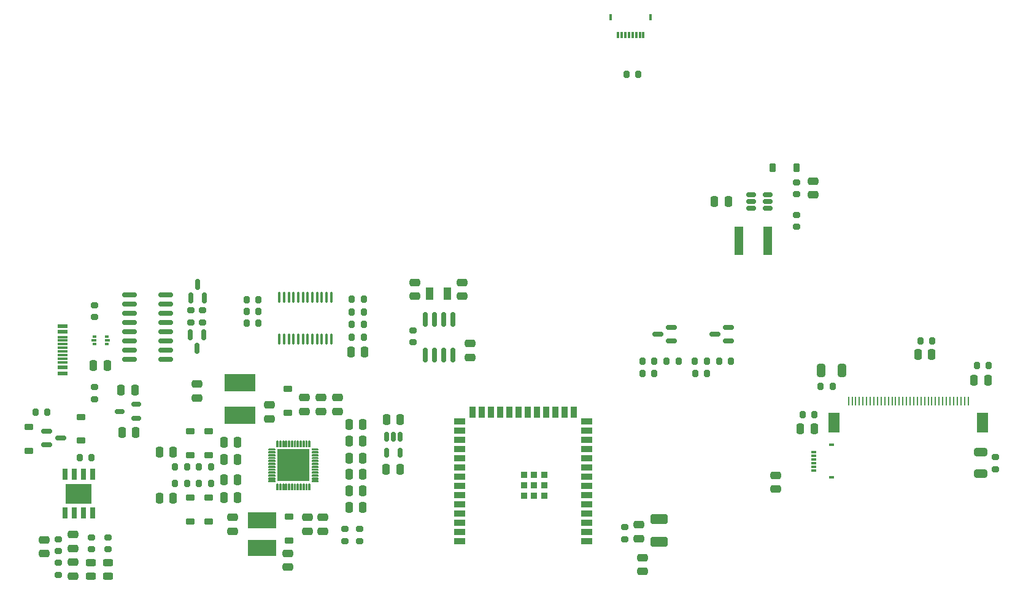
<source format=gtp>
G04 #@! TF.GenerationSoftware,KiCad,Pcbnew,7.0.9-7.0.9~ubuntu22.04.1*
G04 #@! TF.CreationDate,2024-02-01T16:34:56+01:00*
G04 #@! TF.ProjectId,v7-kaleido,76372d6b-616c-4656-9964-6f2e6b696361,1.0*
G04 #@! TF.SameCoordinates,Original*
G04 #@! TF.FileFunction,Paste,Top*
G04 #@! TF.FilePolarity,Positive*
%FSLAX46Y46*%
G04 Gerber Fmt 4.6, Leading zero omitted, Abs format (unit mm)*
G04 Created by KiCad (PCBNEW 7.0.9-7.0.9~ubuntu22.04.1) date 2024-02-01 16:34:56*
%MOMM*%
%LPD*%
G01*
G04 APERTURE LIST*
G04 Aperture macros list*
%AMRoundRect*
0 Rectangle with rounded corners*
0 $1 Rounding radius*
0 $2 $3 $4 $5 $6 $7 $8 $9 X,Y pos of 4 corners*
0 Add a 4 corners polygon primitive as box body*
4,1,4,$2,$3,$4,$5,$6,$7,$8,$9,$2,$3,0*
0 Add four circle primitives for the rounded corners*
1,1,$1+$1,$2,$3*
1,1,$1+$1,$4,$5*
1,1,$1+$1,$6,$7*
1,1,$1+$1,$8,$9*
0 Add four rect primitives between the rounded corners*
20,1,$1+$1,$2,$3,$4,$5,0*
20,1,$1+$1,$4,$5,$6,$7,0*
20,1,$1+$1,$6,$7,$8,$9,0*
20,1,$1+$1,$8,$9,$2,$3,0*%
G04 Aperture macros list end*
%ADD10C,0.152400*%
%ADD11RoundRect,0.200000X-0.200000X-0.275000X0.200000X-0.275000X0.200000X0.275000X-0.200000X0.275000X0*%
%ADD12RoundRect,0.150000X0.150000X-0.587500X0.150000X0.587500X-0.150000X0.587500X-0.150000X-0.587500X0*%
%ADD13RoundRect,0.200000X-0.275000X0.200000X-0.275000X-0.200000X0.275000X-0.200000X0.275000X0.200000X0*%
%ADD14RoundRect,0.200000X0.275000X-0.200000X0.275000X0.200000X-0.275000X0.200000X-0.275000X-0.200000X0*%
%ADD15RoundRect,0.150000X-0.150000X0.587500X-0.150000X-0.587500X0.150000X-0.587500X0.150000X0.587500X0*%
%ADD16RoundRect,0.250000X0.250000X0.475000X-0.250000X0.475000X-0.250000X-0.475000X0.250000X-0.475000X0*%
%ADD17RoundRect,0.250000X-0.475000X0.250000X-0.475000X-0.250000X0.475000X-0.250000X0.475000X0.250000X0*%
%ADD18RoundRect,0.243750X-0.456250X0.243750X-0.456250X-0.243750X0.456250X-0.243750X0.456250X0.243750X0*%
%ADD19RoundRect,0.250000X0.475000X-0.250000X0.475000X0.250000X-0.475000X0.250000X-0.475000X-0.250000X0*%
%ADD20RoundRect,0.250000X0.650000X-0.325000X0.650000X0.325000X-0.650000X0.325000X-0.650000X-0.325000X0*%
%ADD21RoundRect,0.250000X-0.250000X-0.475000X0.250000X-0.475000X0.250000X0.475000X-0.250000X0.475000X0*%
%ADD22RoundRect,0.250000X-0.325000X-0.650000X0.325000X-0.650000X0.325000X0.650000X-0.325000X0.650000X0*%
%ADD23RoundRect,0.200000X0.200000X0.275000X-0.200000X0.275000X-0.200000X-0.275000X0.200000X-0.275000X0*%
%ADD24RoundRect,0.100000X-0.100000X0.637500X-0.100000X-0.637500X0.100000X-0.637500X0.100000X0.637500X0*%
%ADD25RoundRect,0.250000X0.925000X-0.412500X0.925000X0.412500X-0.925000X0.412500X-0.925000X-0.412500X0*%
%ADD26R,3.900000X2.200000*%
%ADD27R,4.200000X2.400000*%
%ADD28R,0.850000X0.200000*%
%ADD29R,0.200000X0.850000*%
%ADD30R,4.399999X4.399999*%
%ADD31RoundRect,0.225000X-0.375000X0.225000X-0.375000X-0.225000X0.375000X-0.225000X0.375000X0.225000X0*%
%ADD32RoundRect,0.225000X0.375000X-0.225000X0.375000X0.225000X-0.375000X0.225000X-0.375000X-0.225000X0*%
%ADD33R,0.650000X1.500000*%
%ADD34R,3.600000X2.700000*%
%ADD35RoundRect,0.150000X0.512500X0.150000X-0.512500X0.150000X-0.512500X-0.150000X0.512500X-0.150000X0*%
%ADD36R,0.500000X0.375000*%
%ADD37R,0.650000X0.300000*%
%ADD38R,1.600000X2.800000*%
%ADD39R,0.250000X1.300000*%
%ADD40RoundRect,0.150000X-0.587500X-0.150000X0.587500X-0.150000X0.587500X0.150000X-0.587500X0.150000X0*%
%ADD41R,0.355600X0.838200*%
%ADD42R,0.406400X0.838200*%
%ADD43RoundRect,0.150000X-0.150000X0.825000X-0.150000X-0.825000X0.150000X-0.825000X0.150000X0.825000X0*%
%ADD44R,0.800000X0.300000*%
%ADD45R,0.800000X0.400000*%
%ADD46RoundRect,0.150000X-0.150000X0.512500X-0.150000X-0.512500X0.150000X-0.512500X0.150000X0.512500X0*%
%ADD47R,1.500000X0.900000*%
%ADD48R,0.900000X1.500000*%
%ADD49R,0.900000X0.900000*%
%ADD50RoundRect,0.150000X-0.825000X-0.150000X0.825000X-0.150000X0.825000X0.150000X-0.825000X0.150000X0*%
%ADD51R,1.450000X0.600000*%
%ADD52R,1.450000X0.300000*%
%ADD53R,1.257300X4.013200*%
%ADD54RoundRect,0.150000X0.587500X0.150000X-0.587500X0.150000X-0.587500X-0.150000X0.587500X-0.150000X0*%
%ADD55RoundRect,0.225000X0.225000X0.375000X-0.225000X0.375000X-0.225000X-0.375000X0.225000X-0.375000X0*%
%ADD56R,1.000000X1.800000*%
G04 APERTURE END LIST*
D10*
X103495500Y-131846692D02*
X103495500Y-131696693D01*
X103495500Y-131696693D02*
X102695501Y-131696693D01*
X103495500Y-131446693D02*
X103495500Y-131296693D01*
X103495500Y-131296693D02*
X102695501Y-131296693D01*
X103495500Y-131046694D02*
X103495500Y-130896694D01*
X103495500Y-130896694D02*
X102695501Y-130896694D01*
X103495500Y-130646692D02*
X103495500Y-130496692D01*
X103495500Y-130496692D02*
X102695501Y-130496692D01*
X103495500Y-130246693D02*
X103495500Y-130096693D01*
X103495500Y-130096693D02*
X102695501Y-130096693D01*
X103495500Y-129846694D02*
X103495500Y-129696694D01*
X103495500Y-129696694D02*
X102695501Y-129696694D01*
X103495500Y-129446692D02*
X103495500Y-129296692D01*
X103495500Y-129296692D02*
X102695501Y-129296692D01*
X103495500Y-129046693D02*
X103495500Y-128896693D01*
X103495500Y-128896693D02*
X102695501Y-128896693D01*
X103495500Y-128646694D02*
X103495500Y-128496694D01*
X103495500Y-128496694D02*
X102695501Y-128496694D01*
X103495500Y-128246694D02*
X103495500Y-128096692D01*
X103495500Y-128096692D02*
X102695501Y-128096692D01*
X103495500Y-127846693D02*
X103495500Y-127696693D01*
X103495500Y-127696693D02*
X102695501Y-127696693D01*
X103495500Y-127446693D02*
X103495500Y-127296694D01*
X103495500Y-127296694D02*
X102695501Y-127296694D01*
X102695501Y-131846692D02*
X103495500Y-131846692D01*
X102695501Y-131696693D02*
X102695501Y-131846692D01*
X102695501Y-131446693D02*
X103495500Y-131446693D01*
X102695501Y-131296693D02*
X102695501Y-131446693D01*
X102695501Y-131046694D02*
X103495500Y-131046694D01*
X102695501Y-130896694D02*
X102695501Y-131046694D01*
X102695501Y-130646692D02*
X103495500Y-130646692D01*
X102695501Y-130496692D02*
X102695501Y-130646692D01*
X102695501Y-130246693D02*
X103495500Y-130246693D01*
X102695501Y-130096693D02*
X102695501Y-130246693D01*
X102695501Y-129846694D02*
X103495500Y-129846694D01*
X102695501Y-129696694D02*
X102695501Y-129846694D01*
X102695501Y-129446692D02*
X103495500Y-129446692D01*
X102695501Y-129296692D02*
X102695501Y-129446692D01*
X102695501Y-129046693D02*
X103495500Y-129046693D01*
X102695501Y-128896693D02*
X102695501Y-129046693D01*
X102695501Y-128646694D02*
X103495500Y-128646694D01*
X102695501Y-128496694D02*
X102695501Y-128646694D01*
X102695501Y-128246694D02*
X103495500Y-128246694D01*
X102695501Y-128096692D02*
X102695501Y-128246694D01*
X102695501Y-127846693D02*
X103495500Y-127846693D01*
X102695501Y-127696693D02*
X102695501Y-127846693D01*
X102695501Y-127446693D02*
X103495500Y-127446693D01*
X102695501Y-127296694D02*
X102695501Y-127446693D01*
X102395499Y-132946693D02*
X102395499Y-132146694D01*
X102395499Y-132146694D02*
X102245500Y-132146694D01*
X102395499Y-126996692D02*
X102395499Y-126196693D01*
X102395499Y-126196693D02*
X102245500Y-126196693D01*
X102245569Y-131696762D02*
X102245569Y-131246493D01*
X102245569Y-131246493D02*
X101936721Y-131246493D01*
X102245569Y-131046493D02*
X102245569Y-130459093D01*
X102245569Y-130459093D02*
X101936721Y-130459093D01*
X102245569Y-130259093D02*
X102245569Y-129671693D01*
X102245569Y-129671693D02*
X101936721Y-129671693D01*
X102245569Y-129471693D02*
X102245569Y-128884293D01*
X102245569Y-128884293D02*
X101936721Y-128884293D01*
X102245569Y-128684293D02*
X102245569Y-128096893D01*
X102245569Y-128096893D02*
X101936721Y-128096893D01*
X102245569Y-127896893D02*
X102245569Y-127446624D01*
X102245569Y-127446624D02*
X101795300Y-127446624D01*
X102245500Y-132946693D02*
X102395499Y-132946693D01*
X102245500Y-132146694D02*
X102245500Y-132946693D01*
X102245500Y-126996692D02*
X102395499Y-126996692D01*
X102245500Y-126196693D02*
X102245500Y-126996692D01*
X101995500Y-132946693D02*
X101995500Y-132146694D01*
X101995500Y-132146694D02*
X101845500Y-132146694D01*
X101995500Y-126996692D02*
X101995500Y-126196693D01*
X101995500Y-126196693D02*
X101845500Y-126196693D01*
X101936721Y-131246493D02*
X101936721Y-131246493D01*
X101936721Y-131246493D02*
X101795300Y-131387914D01*
X101936721Y-131046493D02*
X102245569Y-131046493D01*
X101936721Y-131046493D02*
X101936721Y-131046493D01*
X101936721Y-130459093D02*
X101936721Y-130459093D01*
X101936721Y-130459093D02*
X101795300Y-130600514D01*
X101936721Y-130259093D02*
X102245569Y-130259093D01*
X101936721Y-130259093D02*
X101936721Y-130259093D01*
X101936721Y-129671693D02*
X101936721Y-129671693D01*
X101936721Y-129671693D02*
X101795300Y-129813114D01*
X101936721Y-129471693D02*
X102245569Y-129471693D01*
X101936721Y-129471693D02*
X101936721Y-129471693D01*
X101936721Y-128884293D02*
X101936721Y-128884293D01*
X101936721Y-128884293D02*
X101795300Y-129025714D01*
X101936721Y-128684293D02*
X102245569Y-128684293D01*
X101936721Y-128684293D02*
X101936721Y-128684293D01*
X101936721Y-128096893D02*
X101936721Y-128096893D01*
X101936721Y-128096893D02*
X101795300Y-128238314D01*
X101936721Y-127896893D02*
X102245569Y-127896893D01*
X101936721Y-127896893D02*
X101936721Y-127896893D01*
X101845500Y-132946693D02*
X101995500Y-132946693D01*
X101845500Y-132146694D02*
X101845500Y-132946693D01*
X101845500Y-126996692D02*
X101995500Y-126996692D01*
X101845500Y-126196693D02*
X101845500Y-126996692D01*
X101795300Y-131696762D02*
X102245569Y-131696762D01*
X101795300Y-131387914D02*
X101795300Y-131696762D01*
X101795300Y-131387914D02*
X101795300Y-131387914D01*
X101795300Y-130905072D02*
X101936721Y-131046493D01*
X101795300Y-130905072D02*
X101795300Y-130905072D01*
X101795300Y-130600514D02*
X101795300Y-130905072D01*
X101795300Y-130600514D02*
X101795300Y-130600514D01*
X101795300Y-130117672D02*
X101936721Y-130259093D01*
X101795300Y-130117672D02*
X101795300Y-130117672D01*
X101795300Y-129813114D02*
X101795300Y-130117672D01*
X101795300Y-129813114D02*
X101795300Y-129813114D01*
X101795300Y-129330272D02*
X101936721Y-129471693D01*
X101795300Y-129330272D02*
X101795300Y-129330272D01*
X101795300Y-129025714D02*
X101795300Y-129330272D01*
X101795300Y-129025714D02*
X101795300Y-129025714D01*
X101795300Y-128542872D02*
X101936721Y-128684293D01*
X101795300Y-128542872D02*
X101795300Y-128542872D01*
X101795300Y-128238314D02*
X101795300Y-128542872D01*
X101795300Y-128238314D02*
X101795300Y-128238314D01*
X101795300Y-127755472D02*
X101936721Y-127896893D01*
X101795300Y-127755472D02*
X101795300Y-127755472D01*
X101795300Y-127446624D02*
X101795300Y-127755472D01*
X101595501Y-132946693D02*
X101595501Y-132146694D01*
X101595501Y-132146694D02*
X101445499Y-132146694D01*
X101595501Y-126996692D02*
X101595501Y-126196693D01*
X101595501Y-126196693D02*
X101445501Y-126196693D01*
X101595300Y-131696762D02*
X101595300Y-131387914D01*
X101595300Y-131387914D02*
X101595300Y-131387914D01*
X101595300Y-131387914D02*
X101453879Y-131246493D01*
X101595300Y-130905072D02*
X101595300Y-130905072D01*
X101595300Y-130905072D02*
X101595300Y-130600514D01*
X101595300Y-130600514D02*
X101595300Y-130600514D01*
X101595300Y-130600514D02*
X101453879Y-130459093D01*
X101595300Y-130117672D02*
X101595300Y-130117672D01*
X101595300Y-130117672D02*
X101595300Y-129813114D01*
X101595300Y-129813114D02*
X101595300Y-129813114D01*
X101595300Y-129813114D02*
X101453879Y-129671693D01*
X101595300Y-129330272D02*
X101595300Y-129330272D01*
X101595300Y-129330272D02*
X101595300Y-129025714D01*
X101595300Y-129025714D02*
X101595300Y-129025714D01*
X101595300Y-129025714D02*
X101453879Y-128884293D01*
X101595300Y-128542872D02*
X101595300Y-128542872D01*
X101595300Y-128542872D02*
X101595300Y-128238314D01*
X101595300Y-128238314D02*
X101595300Y-128238314D01*
X101595300Y-128238314D02*
X101453879Y-128096893D01*
X101595300Y-127755472D02*
X101595300Y-127755472D01*
X101595300Y-127755472D02*
X101595300Y-127446624D01*
X101595300Y-127446624D02*
X101007900Y-127446624D01*
X101453879Y-131246493D02*
X101453879Y-131246493D01*
X101453879Y-131246493D02*
X101149321Y-131246493D01*
X101453879Y-131046493D02*
X101595300Y-130905072D01*
X101453879Y-131046493D02*
X101453879Y-131046493D01*
X101453879Y-130459093D02*
X101453879Y-130459093D01*
X101453879Y-130459093D02*
X101149321Y-130459093D01*
X101453879Y-130259093D02*
X101595300Y-130117672D01*
X101453879Y-130259093D02*
X101453879Y-130259093D01*
X101453879Y-129671693D02*
X101453879Y-129671693D01*
X101453879Y-129671693D02*
X101149321Y-129671693D01*
X101453879Y-129471693D02*
X101595300Y-129330272D01*
X101453879Y-129471693D02*
X101453879Y-129471693D01*
X101453879Y-128884293D02*
X101453879Y-128884293D01*
X101453879Y-128884293D02*
X101149321Y-128884293D01*
X101453879Y-128684293D02*
X101595300Y-128542872D01*
X101453879Y-128684293D02*
X101453879Y-128684293D01*
X101453879Y-128096893D02*
X101453879Y-128096893D01*
X101453879Y-128096893D02*
X101149321Y-128096893D01*
X101453879Y-127896893D02*
X101595300Y-127755472D01*
X101453879Y-127896893D02*
X101453879Y-127896893D01*
X101445501Y-126996692D02*
X101595501Y-126996692D01*
X101445501Y-126196693D02*
X101445501Y-126996692D01*
X101445499Y-132946693D02*
X101595501Y-132946693D01*
X101445499Y-132146694D02*
X101445499Y-132946693D01*
X101195499Y-132946693D02*
X101195499Y-132146694D01*
X101195499Y-132146694D02*
X101045499Y-132146694D01*
X101195499Y-126996692D02*
X101195499Y-126196693D01*
X101195499Y-126196693D02*
X101045499Y-126196693D01*
X101149321Y-131246493D02*
X101149321Y-131246493D01*
X101149321Y-131246493D02*
X101007900Y-131387914D01*
X101149321Y-131046493D02*
X101453879Y-131046493D01*
X101149321Y-131046493D02*
X101149321Y-131046493D01*
X101149321Y-130459093D02*
X101149321Y-130459093D01*
X101149321Y-130459093D02*
X101007900Y-130600514D01*
X101149321Y-130259093D02*
X101453879Y-130259093D01*
X101149321Y-130259093D02*
X101149321Y-130259093D01*
X101149321Y-129671693D02*
X101149321Y-129671693D01*
X101149321Y-129671693D02*
X101007900Y-129813114D01*
X101149321Y-129471693D02*
X101453879Y-129471693D01*
X101149321Y-129471693D02*
X101149321Y-129471693D01*
X101149321Y-128884293D02*
X101149321Y-128884293D01*
X101149321Y-128884293D02*
X101007900Y-129025714D01*
X101149321Y-128684293D02*
X101453879Y-128684293D01*
X101149321Y-128684293D02*
X101149321Y-128684293D01*
X101149321Y-128096893D02*
X101149321Y-128096893D01*
X101149321Y-128096893D02*
X101007900Y-128238314D01*
X101149321Y-127896893D02*
X101453879Y-127896893D01*
X101149321Y-127896893D02*
X101149321Y-127896893D01*
X101045499Y-132946693D02*
X101195499Y-132946693D01*
X101045499Y-132146694D02*
X101045499Y-132946693D01*
X101045499Y-126996692D02*
X101195499Y-126996692D01*
X101045499Y-126196693D02*
X101045499Y-126996692D01*
X101007900Y-131696762D02*
X101595300Y-131696762D01*
X101007900Y-131387914D02*
X101007900Y-131696762D01*
X101007900Y-131387914D02*
X101007900Y-131387914D01*
X101007900Y-130905072D02*
X101149321Y-131046493D01*
X101007900Y-130905072D02*
X101007900Y-130905072D01*
X101007900Y-130600514D02*
X101007900Y-130905072D01*
X101007900Y-130600514D02*
X101007900Y-130600514D01*
X101007900Y-130117672D02*
X101149321Y-130259093D01*
X101007900Y-130117672D02*
X101007900Y-130117672D01*
X101007900Y-129813114D02*
X101007900Y-130117672D01*
X101007900Y-129813114D02*
X101007900Y-129813114D01*
X101007900Y-129330272D02*
X101149321Y-129471693D01*
X101007900Y-129330272D02*
X101007900Y-129330272D01*
X101007900Y-129025714D02*
X101007900Y-129330272D01*
X101007900Y-129025714D02*
X101007900Y-129025714D01*
X101007900Y-128542872D02*
X101149321Y-128684293D01*
X101007900Y-128542872D02*
X101007900Y-128542872D01*
X101007900Y-128238314D02*
X101007900Y-128542872D01*
X101007900Y-128238314D02*
X101007900Y-128238314D01*
X101007900Y-127755472D02*
X101149321Y-127896893D01*
X101007900Y-127755472D02*
X101007900Y-127755472D01*
X101007900Y-127446624D02*
X101007900Y-127755472D01*
X100807900Y-131696762D02*
X100807900Y-131387914D01*
X100807900Y-131387914D02*
X100807900Y-131387914D01*
X100807900Y-131387914D02*
X100666479Y-131246493D01*
X100807900Y-130905072D02*
X100807900Y-130905072D01*
X100807900Y-130905072D02*
X100807900Y-130600514D01*
X100807900Y-130600514D02*
X100807900Y-130600514D01*
X100807900Y-130600514D02*
X100666479Y-130459093D01*
X100807900Y-130117672D02*
X100807900Y-130117672D01*
X100807900Y-130117672D02*
X100807900Y-129813114D01*
X100807900Y-129813114D02*
X100807900Y-129813114D01*
X100807900Y-129813114D02*
X100666479Y-129671693D01*
X100807900Y-129330272D02*
X100807900Y-129330272D01*
X100807900Y-129330272D02*
X100807900Y-129025714D01*
X100807900Y-129025714D02*
X100807900Y-129025714D01*
X100807900Y-129025714D02*
X100666479Y-128884293D01*
X100807900Y-128542872D02*
X100807900Y-128542872D01*
X100807900Y-128542872D02*
X100807900Y-128238314D01*
X100807900Y-128238314D02*
X100807900Y-128238314D01*
X100807900Y-128238314D02*
X100666479Y-128096893D01*
X100807900Y-127755472D02*
X100807900Y-127755472D01*
X100807900Y-127755472D02*
X100807900Y-127446624D01*
X100807900Y-127446624D02*
X100220500Y-127446624D01*
X100795500Y-132946693D02*
X100795500Y-132146694D01*
X100795500Y-132146694D02*
X100645500Y-132146694D01*
X100795500Y-126996692D02*
X100795500Y-126196693D01*
X100795500Y-126196693D02*
X100645500Y-126196693D01*
X100666479Y-131246493D02*
X100666479Y-131246493D01*
X100666479Y-131246493D02*
X100361921Y-131246493D01*
X100666479Y-131046493D02*
X100807900Y-130905072D01*
X100666479Y-131046493D02*
X100666479Y-131046493D01*
X100666479Y-130459093D02*
X100666479Y-130459093D01*
X100666479Y-130459093D02*
X100361921Y-130459093D01*
X100666479Y-130259093D02*
X100807900Y-130117672D01*
X100666479Y-130259093D02*
X100666479Y-130259093D01*
X100666479Y-129671693D02*
X100666479Y-129671693D01*
X100666479Y-129671693D02*
X100361921Y-129671693D01*
X100666479Y-129471693D02*
X100807900Y-129330272D01*
X100666479Y-129471693D02*
X100666479Y-129471693D01*
X100666479Y-128884293D02*
X100666479Y-128884293D01*
X100666479Y-128884293D02*
X100361921Y-128884293D01*
X100666479Y-128684293D02*
X100807900Y-128542872D01*
X100666479Y-128684293D02*
X100666479Y-128684293D01*
X100666479Y-128096893D02*
X100666479Y-128096893D01*
X100666479Y-128096893D02*
X100361921Y-128096893D01*
X100666479Y-127896893D02*
X100807900Y-127755472D01*
X100666479Y-127896893D02*
X100666479Y-127896893D01*
X100645500Y-132946693D02*
X100795500Y-132946693D01*
X100645500Y-132146694D02*
X100645500Y-132946693D01*
X100645500Y-126996692D02*
X100795500Y-126996692D01*
X100645500Y-126196693D02*
X100645500Y-126996692D01*
X100395501Y-132946693D02*
X100395501Y-132146694D01*
X100395501Y-132146694D02*
X100245501Y-132146694D01*
X100395501Y-126996692D02*
X100395501Y-126196693D01*
X100395501Y-126196693D02*
X100245501Y-126196693D01*
X100361921Y-131246493D02*
X100361921Y-131246493D01*
X100361921Y-131246493D02*
X100220500Y-131387914D01*
X100361921Y-131046493D02*
X100666479Y-131046493D01*
X100361921Y-131046493D02*
X100361921Y-131046493D01*
X100361921Y-130459093D02*
X100361921Y-130459093D01*
X100361921Y-130459093D02*
X100220500Y-130600514D01*
X100361921Y-130259093D02*
X100666479Y-130259093D01*
X100361921Y-130259093D02*
X100361921Y-130259093D01*
X100361921Y-129671693D02*
X100361921Y-129671693D01*
X100361921Y-129671693D02*
X100220500Y-129813114D01*
X100361921Y-129471693D02*
X100666479Y-129471693D01*
X100361921Y-129471693D02*
X100361921Y-129471693D01*
X100361921Y-128884293D02*
X100361921Y-128884293D01*
X100361921Y-128884293D02*
X100220500Y-129025714D01*
X100361921Y-128684293D02*
X100666479Y-128684293D01*
X100361921Y-128684293D02*
X100361921Y-128684293D01*
X100361921Y-128096893D02*
X100361921Y-128096893D01*
X100361921Y-128096893D02*
X100220500Y-128238314D01*
X100361921Y-127896893D02*
X100666479Y-127896893D01*
X100361921Y-127896893D02*
X100361921Y-127896893D01*
X100245501Y-132946693D02*
X100395501Y-132946693D01*
X100245501Y-132146694D02*
X100245501Y-132946693D01*
X100245501Y-126996692D02*
X100395501Y-126996692D01*
X100245501Y-126196693D02*
X100245501Y-126996692D01*
X100220500Y-131696762D02*
X100807900Y-131696762D01*
X100220500Y-131387914D02*
X100220500Y-131696762D01*
X100220500Y-131387914D02*
X100220500Y-131387914D01*
X100220500Y-130905072D02*
X100361921Y-131046493D01*
X100220500Y-130905072D02*
X100220500Y-130905072D01*
X100220500Y-130600514D02*
X100220500Y-130905072D01*
X100220500Y-130600514D02*
X100220500Y-130600514D01*
X100220500Y-130117672D02*
X100361921Y-130259093D01*
X100220500Y-130117672D02*
X100220500Y-130117672D01*
X100220500Y-129813114D02*
X100220500Y-130117672D01*
X100220500Y-129813114D02*
X100220500Y-129813114D01*
X100220500Y-129330272D02*
X100361921Y-129471693D01*
X100220500Y-129330272D02*
X100220500Y-129330272D01*
X100220500Y-129025714D02*
X100220500Y-129330272D01*
X100220500Y-129025714D02*
X100220500Y-129025714D01*
X100220500Y-128542872D02*
X100361921Y-128684293D01*
X100220500Y-128542872D02*
X100220500Y-128542872D01*
X100220500Y-128238314D02*
X100220500Y-128542872D01*
X100220500Y-128238314D02*
X100220500Y-128238314D01*
X100220500Y-127755472D02*
X100361921Y-127896893D01*
X100220500Y-127755472D02*
X100220500Y-127755472D01*
X100220500Y-127446624D02*
X100220500Y-127755472D01*
X100020500Y-131696762D02*
X100020500Y-131387914D01*
X100020500Y-131387914D02*
X100020500Y-131387914D01*
X100020500Y-131387914D02*
X99879079Y-131246493D01*
X100020500Y-130905072D02*
X100020500Y-130905072D01*
X100020500Y-130905072D02*
X100020500Y-130600514D01*
X100020500Y-130600514D02*
X100020500Y-130600514D01*
X100020500Y-130600514D02*
X99879079Y-130459093D01*
X100020500Y-130117672D02*
X100020500Y-130117672D01*
X100020500Y-130117672D02*
X100020500Y-129813114D01*
X100020500Y-129813114D02*
X100020500Y-129813114D01*
X100020500Y-129813114D02*
X99879079Y-129671693D01*
X100020500Y-129330272D02*
X100020500Y-129330272D01*
X100020500Y-129330272D02*
X100020500Y-129025714D01*
X100020500Y-129025714D02*
X100020500Y-129025714D01*
X100020500Y-129025714D02*
X99879079Y-128884293D01*
X100020500Y-128542872D02*
X100020500Y-128542872D01*
X100020500Y-128542872D02*
X100020500Y-128238314D01*
X100020500Y-128238314D02*
X100020500Y-128238314D01*
X100020500Y-128238314D02*
X99879079Y-128096893D01*
X100020500Y-127755472D02*
X100020500Y-127755472D01*
X100020500Y-127755472D02*
X100020500Y-127446624D01*
X100020500Y-127446624D02*
X99433100Y-127446624D01*
X99995499Y-132946693D02*
X99995499Y-132146694D01*
X99995499Y-132146694D02*
X99845499Y-132146694D01*
X99995499Y-126996692D02*
X99995499Y-126196693D01*
X99995499Y-126196693D02*
X99845499Y-126196693D01*
X99879079Y-131246493D02*
X99879079Y-131246493D01*
X99879079Y-131246493D02*
X99574521Y-131246493D01*
X99879079Y-131046493D02*
X100020500Y-130905072D01*
X99879079Y-131046493D02*
X99879079Y-131046493D01*
X99879079Y-130459093D02*
X99879079Y-130459093D01*
X99879079Y-130459093D02*
X99574521Y-130459093D01*
X99879079Y-130259093D02*
X100020500Y-130117672D01*
X99879079Y-130259093D02*
X99879079Y-130259093D01*
X99879079Y-129671693D02*
X99879079Y-129671693D01*
X99879079Y-129671693D02*
X99574521Y-129671693D01*
X99879079Y-129471693D02*
X100020500Y-129330272D01*
X99879079Y-129471693D02*
X99879079Y-129471693D01*
X99879079Y-128884293D02*
X99879079Y-128884293D01*
X99879079Y-128884293D02*
X99574521Y-128884293D01*
X99879079Y-128684293D02*
X100020500Y-128542872D01*
X99879079Y-128684293D02*
X99879079Y-128684293D01*
X99879079Y-128096893D02*
X99879079Y-128096893D01*
X99879079Y-128096893D02*
X99574521Y-128096893D01*
X99879079Y-127896893D02*
X100020500Y-127755472D01*
X99879079Y-127896893D02*
X99879079Y-127896893D01*
X99845499Y-132946693D02*
X99995499Y-132946693D01*
X99845499Y-132146694D02*
X99845499Y-132946693D01*
X99845499Y-126996692D02*
X99995499Y-126996692D01*
X99845499Y-126196693D02*
X99845499Y-126996692D01*
X99595500Y-132946693D02*
X99595500Y-132146694D01*
X99595500Y-132146694D02*
X99445500Y-132146694D01*
X99595500Y-126996692D02*
X99595500Y-126196693D01*
X99595500Y-126196693D02*
X99445500Y-126196693D01*
X99574521Y-131246493D02*
X99574521Y-131246493D01*
X99574521Y-131246493D02*
X99433100Y-131387914D01*
X99574521Y-131046493D02*
X99879079Y-131046493D01*
X99574521Y-131046493D02*
X99574521Y-131046493D01*
X99574521Y-130459093D02*
X99574521Y-130459093D01*
X99574521Y-130459093D02*
X99433100Y-130600514D01*
X99574521Y-130259093D02*
X99879079Y-130259093D01*
X99574521Y-130259093D02*
X99574521Y-130259093D01*
X99574521Y-129671693D02*
X99574521Y-129671693D01*
X99574521Y-129671693D02*
X99433100Y-129813114D01*
X99574521Y-129471693D02*
X99879079Y-129471693D01*
X99574521Y-129471693D02*
X99574521Y-129471693D01*
X99574521Y-128884293D02*
X99574521Y-128884293D01*
X99574521Y-128884293D02*
X99433100Y-129025714D01*
X99574521Y-128684293D02*
X99879079Y-128684293D01*
X99574521Y-128684293D02*
X99574521Y-128684293D01*
X99574521Y-128096893D02*
X99574521Y-128096893D01*
X99574521Y-128096893D02*
X99433100Y-128238314D01*
X99574521Y-127896893D02*
X99879079Y-127896893D01*
X99574521Y-127896893D02*
X99574521Y-127896893D01*
X99445500Y-132946693D02*
X99595500Y-132946693D01*
X99445500Y-132146694D02*
X99445500Y-132946693D01*
X99445500Y-126996692D02*
X99595500Y-126996692D01*
X99445500Y-126196693D02*
X99445500Y-126996692D01*
X99433100Y-131696762D02*
X100020500Y-131696762D01*
X99433100Y-131387914D02*
X99433100Y-131696762D01*
X99433100Y-131387914D02*
X99433100Y-131387914D01*
X99433100Y-130905072D02*
X99574521Y-131046493D01*
X99433100Y-130905072D02*
X99433100Y-130905072D01*
X99433100Y-130600514D02*
X99433100Y-130905072D01*
X99433100Y-130600514D02*
X99433100Y-130600514D01*
X99433100Y-130117672D02*
X99574521Y-130259093D01*
X99433100Y-130117672D02*
X99433100Y-130117672D01*
X99433100Y-129813114D02*
X99433100Y-130117672D01*
X99433100Y-129813114D02*
X99433100Y-129813114D01*
X99433100Y-129330272D02*
X99574521Y-129471693D01*
X99433100Y-129330272D02*
X99433100Y-129330272D01*
X99433100Y-129025714D02*
X99433100Y-129330272D01*
X99433100Y-129025714D02*
X99433100Y-129025714D01*
X99433100Y-128542872D02*
X99574521Y-128684293D01*
X99433100Y-128542872D02*
X99433100Y-128542872D01*
X99433100Y-128238314D02*
X99433100Y-128542872D01*
X99433100Y-128238314D02*
X99433100Y-128238314D01*
X99433100Y-127755472D02*
X99574521Y-127896893D01*
X99433100Y-127755472D02*
X99433100Y-127755472D01*
X99433100Y-127446624D02*
X99433100Y-127755472D01*
X99233100Y-131696762D02*
X99233100Y-131387914D01*
X99233100Y-131387914D02*
X99233100Y-131387914D01*
X99233100Y-131387914D02*
X99091679Y-131246493D01*
X99233100Y-130905072D02*
X99233100Y-130905072D01*
X99233100Y-130905072D02*
X99233100Y-130600514D01*
X99233100Y-130600514D02*
X99233100Y-130600514D01*
X99233100Y-130600514D02*
X99091679Y-130459093D01*
X99233100Y-130117672D02*
X99233100Y-130117672D01*
X99233100Y-130117672D02*
X99233100Y-129813114D01*
X99233100Y-129813114D02*
X99233100Y-129813114D01*
X99233100Y-129813114D02*
X99091679Y-129671693D01*
X99233100Y-129330272D02*
X99233100Y-129330272D01*
X99233100Y-129330272D02*
X99233100Y-129025714D01*
X99233100Y-129025714D02*
X99233100Y-129025714D01*
X99233100Y-129025714D02*
X99091679Y-128884293D01*
X99233100Y-128542872D02*
X99233100Y-128542872D01*
X99233100Y-128542872D02*
X99233100Y-128238314D01*
X99233100Y-128238314D02*
X99233100Y-128238314D01*
X99233100Y-128238314D02*
X99091679Y-128096893D01*
X99233100Y-127755472D02*
X99233100Y-127755472D01*
X99233100Y-127755472D02*
X99233100Y-127446624D01*
X99233100Y-127446624D02*
X98645700Y-127446624D01*
X99195501Y-132946693D02*
X99195501Y-132146694D01*
X99195501Y-132146694D02*
X99045501Y-132146694D01*
X99195501Y-126996692D02*
X99195501Y-126196693D01*
X99195501Y-126196693D02*
X99045501Y-126196693D01*
X99091679Y-131246493D02*
X99091679Y-131246493D01*
X99091679Y-131246493D02*
X98787121Y-131246493D01*
X99091679Y-131046493D02*
X99233100Y-130905072D01*
X99091679Y-131046493D02*
X99091679Y-131046493D01*
X99091679Y-130459093D02*
X99091679Y-130459093D01*
X99091679Y-130459093D02*
X98787121Y-130459093D01*
X99091679Y-130259093D02*
X99233100Y-130117672D01*
X99091679Y-130259093D02*
X99091679Y-130259093D01*
X99091679Y-129671693D02*
X99091679Y-129671693D01*
X99091679Y-129671693D02*
X98787121Y-129671693D01*
X99091679Y-129471693D02*
X99233100Y-129330272D01*
X99091679Y-129471693D02*
X99091679Y-129471693D01*
X99091679Y-128884293D02*
X99091679Y-128884293D01*
X99091679Y-128884293D02*
X98787121Y-128884293D01*
X99091679Y-128684293D02*
X99233100Y-128542872D01*
X99091679Y-128684293D02*
X99091679Y-128684293D01*
X99091679Y-128096893D02*
X99091679Y-128096893D01*
X99091679Y-128096893D02*
X98787121Y-128096893D01*
X99091679Y-127896893D02*
X99233100Y-127755472D01*
X99091679Y-127896893D02*
X99091679Y-127896893D01*
X99045501Y-132946693D02*
X99195501Y-132946693D01*
X99045501Y-132146694D02*
X99045501Y-132946693D01*
X99045501Y-126996692D02*
X99195501Y-126996692D01*
X99045501Y-126196693D02*
X99045501Y-126996692D01*
X98795501Y-126996692D02*
X98795501Y-126196693D01*
X98795501Y-126196693D02*
X98645499Y-126196693D01*
X98795499Y-132946693D02*
X98795499Y-132146694D01*
X98795499Y-132146694D02*
X98645499Y-132146694D01*
X98787121Y-131246493D02*
X98787121Y-131246493D01*
X98787121Y-131246493D02*
X98645700Y-131387914D01*
X98787121Y-131046493D02*
X99091679Y-131046493D01*
X98787121Y-131046493D02*
X98787121Y-131046493D01*
X98787121Y-130459093D02*
X98787121Y-130459093D01*
X98787121Y-130459093D02*
X98645700Y-130600514D01*
X98787121Y-130259093D02*
X99091679Y-130259093D01*
X98787121Y-130259093D02*
X98787121Y-130259093D01*
X98787121Y-129671693D02*
X98787121Y-129671693D01*
X98787121Y-129671693D02*
X98645700Y-129813114D01*
X98787121Y-129471693D02*
X99091679Y-129471693D01*
X98787121Y-129471693D02*
X98787121Y-129471693D01*
X98787121Y-128884293D02*
X98787121Y-128884293D01*
X98787121Y-128884293D02*
X98645700Y-129025714D01*
X98787121Y-128684293D02*
X99091679Y-128684293D01*
X98787121Y-128684293D02*
X98787121Y-128684293D01*
X98787121Y-128096893D02*
X98787121Y-128096893D01*
X98787121Y-128096893D02*
X98645700Y-128238314D01*
X98787121Y-127896893D02*
X99091679Y-127896893D01*
X98787121Y-127896893D02*
X98787121Y-127896893D01*
X98645700Y-131696762D02*
X99233100Y-131696762D01*
X98645700Y-131387914D02*
X98645700Y-131696762D01*
X98645700Y-131387914D02*
X98645700Y-131387914D01*
X98645700Y-130905072D02*
X98787121Y-131046493D01*
X98645700Y-130905072D02*
X98645700Y-130905072D01*
X98645700Y-130600514D02*
X98645700Y-130905072D01*
X98645700Y-130600514D02*
X98645700Y-130600514D01*
X98645700Y-130117672D02*
X98787121Y-130259093D01*
X98645700Y-130117672D02*
X98645700Y-130117672D01*
X98645700Y-129813114D02*
X98645700Y-130117672D01*
X98645700Y-129813114D02*
X98645700Y-129813114D01*
X98645700Y-129330272D02*
X98787121Y-129471693D01*
X98645700Y-129330272D02*
X98645700Y-129330272D01*
X98645700Y-129025714D02*
X98645700Y-129330272D01*
X98645700Y-129025714D02*
X98645700Y-129025714D01*
X98645700Y-128542872D02*
X98787121Y-128684293D01*
X98645700Y-128542872D02*
X98645700Y-128542872D01*
X98645700Y-128238314D02*
X98645700Y-128542872D01*
X98645700Y-128238314D02*
X98645700Y-128238314D01*
X98645700Y-127755472D02*
X98787121Y-127896893D01*
X98645700Y-127755472D02*
X98645700Y-127755472D01*
X98645700Y-127446624D02*
X98645700Y-127755472D01*
X98645499Y-132946693D02*
X98795499Y-132946693D01*
X98645499Y-132146694D02*
X98645499Y-132946693D01*
X98645499Y-126996692D02*
X98795501Y-126996692D01*
X98645499Y-126196693D02*
X98645499Y-126996692D01*
X98445700Y-131696762D02*
X98445700Y-131387914D01*
X98445700Y-131387914D02*
X98445700Y-131387914D01*
X98445700Y-131387914D02*
X98304279Y-131246493D01*
X98445700Y-130905072D02*
X98445700Y-130905072D01*
X98445700Y-130905072D02*
X98445700Y-130600514D01*
X98445700Y-130600514D02*
X98445700Y-130600514D01*
X98445700Y-130600514D02*
X98304279Y-130459093D01*
X98445700Y-130117672D02*
X98445700Y-130117672D01*
X98445700Y-130117672D02*
X98445700Y-129813114D01*
X98445700Y-129813114D02*
X98445700Y-129813114D01*
X98445700Y-129813114D02*
X98304279Y-129671693D01*
X98445700Y-129330272D02*
X98445700Y-129330272D01*
X98445700Y-129330272D02*
X98445700Y-129025714D01*
X98445700Y-129025714D02*
X98445700Y-129025714D01*
X98445700Y-129025714D02*
X98304279Y-128884293D01*
X98445700Y-128542872D02*
X98445700Y-128542872D01*
X98445700Y-128542872D02*
X98445700Y-128238314D01*
X98445700Y-128238314D02*
X98445700Y-128238314D01*
X98445700Y-128238314D02*
X98304279Y-128096893D01*
X98445700Y-127755472D02*
X98445700Y-127755472D01*
X98445700Y-127755472D02*
X98445700Y-127446624D01*
X98445700Y-127446624D02*
X97995431Y-127446624D01*
X98395500Y-132946693D02*
X98395500Y-132146694D01*
X98395500Y-132146694D02*
X98245500Y-132146694D01*
X98395500Y-126996692D02*
X98395500Y-126196693D01*
X98395500Y-126196693D02*
X98245500Y-126196693D01*
X98304279Y-131246493D02*
X98304279Y-131246493D01*
X98304279Y-131246493D02*
X97995431Y-131246493D01*
X98304279Y-131046493D02*
X98445700Y-130905072D01*
X98304279Y-131046493D02*
X98304279Y-131046493D01*
X98304279Y-130459093D02*
X98304279Y-130459093D01*
X98304279Y-130459093D02*
X97995431Y-130459093D01*
X98304279Y-130259093D02*
X98445700Y-130117672D01*
X98304279Y-130259093D02*
X98304279Y-130259093D01*
X98304279Y-129671693D02*
X98304279Y-129671693D01*
X98304279Y-129671693D02*
X97995431Y-129671693D01*
X98304279Y-129471693D02*
X98445700Y-129330272D01*
X98304279Y-129471693D02*
X98304279Y-129471693D01*
X98304279Y-128884293D02*
X98304279Y-128884293D01*
X98304279Y-128884293D02*
X97995431Y-128884293D01*
X98304279Y-128684293D02*
X98445700Y-128542872D01*
X98304279Y-128684293D02*
X98304279Y-128684293D01*
X98304279Y-128096893D02*
X98304279Y-128096893D01*
X98304279Y-128096893D02*
X97995431Y-128096893D01*
X98304279Y-127896893D02*
X98445700Y-127755472D01*
X98304279Y-127896893D02*
X98304279Y-127896893D01*
X98245500Y-132946693D02*
X98395500Y-132946693D01*
X98245500Y-132146694D02*
X98245500Y-132946693D01*
X98245500Y-126996692D02*
X98395500Y-126996692D01*
X98245500Y-126196693D02*
X98245500Y-126996692D01*
X97995500Y-132946693D02*
X97995500Y-132146694D01*
X97995500Y-132146694D02*
X97845501Y-132146694D01*
X97995500Y-126996692D02*
X97995500Y-126196693D01*
X97995500Y-126196693D02*
X97845501Y-126196693D01*
X97995431Y-131696762D02*
X98445700Y-131696762D01*
X97995431Y-131246493D02*
X97995431Y-131696762D01*
X97995431Y-131046493D02*
X98304279Y-131046493D01*
X97995431Y-130459093D02*
X97995431Y-131046493D01*
X97995431Y-130259093D02*
X98304279Y-130259093D01*
X97995431Y-129671693D02*
X97995431Y-130259093D01*
X97995431Y-129471693D02*
X98304279Y-129471693D01*
X97995431Y-128884293D02*
X97995431Y-129471693D01*
X97995431Y-128684293D02*
X98304279Y-128684293D01*
X97995431Y-128096893D02*
X97995431Y-128684293D01*
X97995431Y-127896893D02*
X98304279Y-127896893D01*
X97995431Y-127446624D02*
X97995431Y-127896893D01*
X97845501Y-132946693D02*
X97995500Y-132946693D01*
X97845501Y-132146694D02*
X97845501Y-132946693D01*
X97845501Y-126996692D02*
X97995500Y-126996692D01*
X97845501Y-126196693D02*
X97845501Y-126996692D01*
X97545499Y-131846692D02*
X97545499Y-131696693D01*
X97545499Y-131696693D02*
X96745500Y-131696693D01*
X97545499Y-131446693D02*
X97545499Y-131296693D01*
X97545499Y-131296693D02*
X96745500Y-131296693D01*
X97545499Y-131046694D02*
X97545499Y-130896692D01*
X97545499Y-130896692D02*
X96745500Y-130896692D01*
X97545499Y-130646692D02*
X97545499Y-130496692D01*
X97545499Y-130496692D02*
X96745500Y-130496692D01*
X97545499Y-130246693D02*
X97545499Y-130096693D01*
X97545499Y-130096693D02*
X96745500Y-130096693D01*
X97545499Y-129846694D02*
X97545499Y-129696694D01*
X97545499Y-129696694D02*
X96745500Y-129696694D01*
X97545499Y-129446692D02*
X97545499Y-129296692D01*
X97545499Y-129296692D02*
X96745500Y-129296692D01*
X97545499Y-129046693D02*
X97545499Y-128896693D01*
X97545499Y-128896693D02*
X96745500Y-128896693D01*
X97545499Y-128646694D02*
X97545499Y-128496694D01*
X97545499Y-128496694D02*
X96745500Y-128496694D01*
X97545499Y-128246692D02*
X97545499Y-128096692D01*
X97545499Y-128096692D02*
X96745500Y-128096692D01*
X97545499Y-127846693D02*
X97545499Y-127696693D01*
X97545499Y-127696693D02*
X96745500Y-127696693D01*
X97545499Y-127446693D02*
X97545499Y-127296694D01*
X97545499Y-127296694D02*
X96745500Y-127296694D01*
X96745500Y-131846692D02*
X97545499Y-131846692D01*
X96745500Y-131696693D02*
X96745500Y-131846692D01*
X96745500Y-131446693D02*
X97545499Y-131446693D01*
X96745500Y-131296693D02*
X96745500Y-131446693D01*
X96745500Y-131046694D02*
X97545499Y-131046694D01*
X96745500Y-130896692D02*
X96745500Y-131046694D01*
X96745500Y-130646692D02*
X97545499Y-130646692D01*
X96745500Y-130496692D02*
X96745500Y-130646692D01*
X96745500Y-130246693D02*
X97545499Y-130246693D01*
X96745500Y-130096693D02*
X96745500Y-130246693D01*
X96745500Y-129846694D02*
X97545499Y-129846694D01*
X96745500Y-129696694D02*
X96745500Y-129846694D01*
X96745500Y-129446692D02*
X97545499Y-129446692D01*
X96745500Y-129296692D02*
X96745500Y-129446692D01*
X96745500Y-129046693D02*
X97545499Y-129046693D01*
X96745500Y-128896693D02*
X96745500Y-129046693D01*
X96745500Y-128646694D02*
X97545499Y-128646694D01*
X96745500Y-128496694D02*
X96745500Y-128646694D01*
X96745500Y-128246692D02*
X97545499Y-128246692D01*
X96745500Y-128096692D02*
X96745500Y-128246692D01*
X96745500Y-127846693D02*
X97545499Y-127846693D01*
X96745500Y-127696693D02*
X96745500Y-127846693D01*
X96745500Y-127446693D02*
X97545499Y-127446693D01*
X96745500Y-127296694D02*
X96745500Y-127446693D01*
D11*
X108171500Y-108443693D03*
X109821500Y-108443693D03*
D12*
X85946500Y-106506193D03*
X87846500Y-106506193D03*
X86896500Y-104631193D03*
D13*
X85996500Y-108243693D03*
X85996500Y-109893693D03*
D14*
X87596500Y-109893693D03*
X87596500Y-108243693D03*
D15*
X87746500Y-111606193D03*
X85846500Y-111606193D03*
X86796500Y-113481193D03*
D16*
X114796500Y-130143693D03*
X112896500Y-130143693D03*
D17*
X69696500Y-139143693D03*
X69696500Y-141043693D03*
D18*
X74554500Y-143005693D03*
X74554500Y-144880693D03*
D13*
X72246500Y-139518693D03*
X72246500Y-141168693D03*
X74554500Y-139518693D03*
X74554500Y-141168693D03*
D18*
X72141500Y-143005693D03*
X72141500Y-144880693D03*
D19*
X148296500Y-144193693D03*
X148296500Y-142293693D03*
X69696500Y-144843693D03*
X69696500Y-142943693D03*
D16*
X109706500Y-135413693D03*
X107806500Y-135413693D03*
D19*
X166690000Y-132880000D03*
X166690000Y-130980000D03*
D20*
X194955000Y-130750000D03*
X194955000Y-127800000D03*
D21*
X170062000Y-124520000D03*
X171962000Y-124520000D03*
D22*
X172890000Y-116490000D03*
X175840000Y-116490000D03*
D21*
X194030000Y-117880000D03*
X195930000Y-117880000D03*
D23*
X95321500Y-106743693D03*
X93671500Y-106743693D03*
D14*
X107177700Y-140015293D03*
X107177700Y-138365293D03*
X196955000Y-130100000D03*
X196955000Y-128450000D03*
D11*
X170365000Y-122590000D03*
X172015000Y-122590000D03*
X172840000Y-118690000D03*
X174490000Y-118690000D03*
X194405000Y-115848000D03*
X196055000Y-115848000D03*
D13*
X109209700Y-138365293D03*
X109209700Y-140015293D03*
D24*
X105321500Y-106443693D03*
X104671500Y-106443693D03*
X104021500Y-106443693D03*
X103371500Y-106443693D03*
X102721500Y-106443693D03*
X102071500Y-106443693D03*
X101421500Y-106443693D03*
X100771500Y-106443693D03*
X100121500Y-106443693D03*
X99471500Y-106443693D03*
X98821500Y-106443693D03*
X98171500Y-106443693D03*
X98171500Y-112168693D03*
X98821500Y-112168693D03*
X99471500Y-112168693D03*
X100121500Y-112168693D03*
X100771500Y-112168693D03*
X101421500Y-112168693D03*
X102071500Y-112168693D03*
X102721500Y-112168693D03*
X103371500Y-112168693D03*
X104021500Y-112168693D03*
X104671500Y-112168693D03*
X105321500Y-112168693D03*
D17*
X106216500Y-120239693D03*
X106216500Y-122139693D03*
D25*
X150596500Y-140081193D03*
X150596500Y-137006193D03*
D21*
X107806500Y-123983693D03*
X109706500Y-123983693D03*
D23*
X88753500Y-129825693D03*
X87103500Y-129825693D03*
D26*
X95802500Y-140996693D03*
X95802500Y-137196693D03*
D27*
X92754500Y-122677693D03*
X92754500Y-118177693D03*
D23*
X85451500Y-132111693D03*
X83801500Y-132111693D03*
X88753500Y-132111693D03*
X87103500Y-132111693D03*
X85451500Y-129825693D03*
X83801500Y-129825693D03*
D19*
X99358500Y-143602693D03*
X99358500Y-141702693D03*
X104184500Y-138649693D03*
X104184500Y-136749693D03*
D16*
X92434500Y-128809693D03*
X90534500Y-128809693D03*
D21*
X90534500Y-131603693D03*
X92434500Y-131603693D03*
D17*
X147796500Y-137793693D03*
X147796500Y-139693693D03*
D28*
X103095500Y-131771694D03*
X103095500Y-131371692D03*
X103095500Y-130971693D03*
X103095500Y-130571694D03*
X103095500Y-130171692D03*
X103095500Y-129771693D03*
X103095500Y-129371693D03*
X103095500Y-128971694D03*
X103095500Y-128571692D03*
X103095500Y-128171693D03*
X103095500Y-127771694D03*
X103095500Y-127371692D03*
D29*
X102320501Y-126596693D03*
X101920499Y-126596693D03*
X101520500Y-126596693D03*
X101120501Y-126596693D03*
X100720499Y-126596693D03*
X100320500Y-126596693D03*
X99920500Y-126596693D03*
X99520501Y-126596693D03*
X99120499Y-126596693D03*
X98720500Y-126596693D03*
X98320501Y-126596693D03*
X97920499Y-126596693D03*
D28*
X97145500Y-127371692D03*
X97145500Y-127771694D03*
X97145500Y-128171693D03*
X97145500Y-128571692D03*
X97145500Y-128971694D03*
X97145500Y-129371693D03*
X97145500Y-129771693D03*
X97145500Y-130171692D03*
X97145500Y-130571694D03*
X97145500Y-130971693D03*
X97145500Y-131371692D03*
X97145500Y-131771694D03*
D29*
X97920499Y-132546693D03*
X98320501Y-132546693D03*
X98720500Y-132546693D03*
X99120499Y-132546693D03*
X99520501Y-132546693D03*
X99920500Y-132546693D03*
X100320500Y-132546693D03*
X100720499Y-132546693D03*
X101120501Y-132546693D03*
X101520500Y-132546693D03*
X101920499Y-132546693D03*
X102320501Y-132546693D03*
D30*
X100120500Y-129571693D03*
D16*
X109706500Y-133127693D03*
X107806500Y-133127693D03*
D19*
X96818500Y-123155693D03*
X96818500Y-121255693D03*
D16*
X109706500Y-126269693D03*
X107806500Y-126269693D03*
D31*
X85896500Y-134017693D03*
X85896500Y-137317693D03*
D32*
X88436500Y-137317693D03*
X88436500Y-134017693D03*
D31*
X85896500Y-124873693D03*
X85896500Y-128173693D03*
D32*
X88436500Y-128173693D03*
X88436500Y-124873693D03*
D21*
X81644500Y-127793693D03*
X83544500Y-127793693D03*
D19*
X101644500Y-122139693D03*
X101644500Y-120239693D03*
D21*
X107806500Y-130841693D03*
X109706500Y-130841693D03*
X90534500Y-126396693D03*
X92434500Y-126396693D03*
D19*
X103930500Y-122139693D03*
X103930500Y-120239693D03*
D21*
X90534500Y-134016693D03*
X92434500Y-134016693D03*
D16*
X83544500Y-134143693D03*
X81644500Y-134143693D03*
X109706500Y-128568393D03*
X107806500Y-128568393D03*
D19*
X102025500Y-138649693D03*
X102025500Y-136749693D03*
D32*
X99485500Y-139984693D03*
X99485500Y-136684693D03*
D21*
X112946500Y-123243693D03*
X114846500Y-123243693D03*
X186280000Y-114330000D03*
X188180000Y-114330000D03*
D11*
X186630000Y-112430000D03*
X188280000Y-112430000D03*
D31*
X99358500Y-119031693D03*
X99358500Y-122331693D03*
D13*
X67717500Y-143018693D03*
X67717500Y-144668693D03*
X67717500Y-139744693D03*
X67717500Y-141394693D03*
D17*
X86846500Y-118393693D03*
X86846500Y-120293693D03*
D19*
X91738500Y-138649693D03*
X91738500Y-136749693D03*
D21*
X108046500Y-113943693D03*
X109946500Y-113943693D03*
D13*
X145796500Y-138118693D03*
X145796500Y-139768693D03*
D23*
X109821500Y-111943693D03*
X108171500Y-111943693D03*
X109821500Y-110143693D03*
X108171500Y-110143693D03*
D11*
X93671500Y-109943693D03*
X95321500Y-109943693D03*
X93671500Y-108343693D03*
X95321500Y-108343693D03*
D33*
X72401500Y-130784693D03*
X71131500Y-130784693D03*
X69861500Y-130784693D03*
X68591500Y-130784693D03*
X68591500Y-136184693D03*
X69861500Y-136184693D03*
X71131500Y-136184693D03*
X72401500Y-136184693D03*
D34*
X70496500Y-133484693D03*
D32*
X70796500Y-126193693D03*
X70796500Y-122893693D03*
D23*
X72271500Y-128493693D03*
X70621500Y-128493693D03*
D35*
X78434000Y-123093693D03*
X78434000Y-121193693D03*
X76159000Y-122143693D03*
D36*
X72646500Y-111806193D03*
D37*
X72571500Y-112343693D03*
D36*
X72646500Y-112881193D03*
X74346500Y-112881193D03*
D37*
X74421500Y-112343693D03*
D36*
X74346500Y-111806193D03*
D21*
X72546500Y-115843693D03*
X74446500Y-115843693D03*
D38*
X174700000Y-123710000D03*
X195200000Y-123710000D03*
D39*
X176700000Y-120710000D03*
X177200000Y-120710000D03*
X177700000Y-120710000D03*
X178200000Y-120710000D03*
X178700000Y-120710000D03*
X179200000Y-120710000D03*
X179700000Y-120710000D03*
X180200000Y-120710000D03*
X180700000Y-120710000D03*
X181200000Y-120710000D03*
X181700000Y-120710000D03*
X182200000Y-120710000D03*
X182700000Y-120710000D03*
X183200000Y-120710000D03*
X183700000Y-120710000D03*
X184200000Y-120710000D03*
X184700000Y-120710000D03*
X185200000Y-120710000D03*
X185700000Y-120710000D03*
X186200000Y-120710000D03*
X186700000Y-120710000D03*
X187200000Y-120710000D03*
X187700000Y-120710000D03*
X188200000Y-120710000D03*
X188700000Y-120710000D03*
X189200000Y-120710000D03*
X189700000Y-120710000D03*
X190200000Y-120710000D03*
X190700000Y-120710000D03*
X191200000Y-120710000D03*
X191700000Y-120710000D03*
X192200000Y-120710000D03*
X192700000Y-120710000D03*
X193200000Y-120710000D03*
D40*
X66109000Y-124843693D03*
X66109000Y-126743693D03*
X67984000Y-125793693D03*
D17*
X123396500Y-104393693D03*
X123396500Y-106293693D03*
D41*
X144899496Y-70240000D03*
X145399622Y-70240000D03*
X145899748Y-70240000D03*
X146399874Y-70240000D03*
X146900000Y-70240000D03*
X147400126Y-70240000D03*
X147900252Y-70240000D03*
X148400378Y-70240000D03*
D42*
X149399937Y-67780000D03*
X143899937Y-67780000D03*
D43*
X122151500Y-109468693D03*
X120881500Y-109468693D03*
X119611500Y-109468693D03*
X118341500Y-109468693D03*
X118341500Y-114418693D03*
X119611500Y-114418693D03*
X120881500Y-114418693D03*
X122151500Y-114418693D03*
D14*
X72696500Y-109168693D03*
X72696500Y-107518693D03*
D44*
X171870000Y-130270000D03*
X171870000Y-129770000D03*
X171870000Y-129270000D03*
X171870000Y-128770000D03*
X171870000Y-128270000D03*
X171870000Y-127770000D03*
D45*
X174370000Y-126770000D03*
X174370000Y-131270000D03*
D23*
X66171500Y-122243693D03*
X64521500Y-122243693D03*
X109821500Y-106693693D03*
X108171500Y-106693693D03*
D46*
X114846500Y-125606193D03*
X113896500Y-125606193D03*
X112946500Y-125606193D03*
X112946500Y-127881193D03*
X114846500Y-127881193D03*
D13*
X169492500Y-90585000D03*
X169492500Y-92235000D03*
D11*
X158835000Y-115210000D03*
X160485000Y-115210000D03*
D17*
X116896500Y-104393693D03*
X116896500Y-106293693D03*
D35*
X165580000Y-94150000D03*
X165580000Y-93200000D03*
X165580000Y-92250000D03*
X163305000Y-92250000D03*
X163305000Y-93200000D03*
X163305000Y-94150000D03*
D13*
X116596500Y-110993693D03*
X116596500Y-112643693D03*
D16*
X78346500Y-125043693D03*
X76446500Y-125043693D03*
D19*
X65696500Y-141743693D03*
X65696500Y-139843693D03*
D13*
X72696500Y-118818693D03*
X72696500Y-120468693D03*
D11*
X151620000Y-115210000D03*
X153270000Y-115210000D03*
D47*
X140571500Y-140053693D03*
X140571500Y-138783693D03*
X140571500Y-137513693D03*
X140571500Y-136243693D03*
X140571500Y-134973693D03*
X140571500Y-133703693D03*
X140571500Y-132433693D03*
X140571500Y-131163693D03*
X140571500Y-129893693D03*
X140571500Y-128623693D03*
X140571500Y-127353693D03*
X140571500Y-126083693D03*
X140571500Y-124813693D03*
X140571500Y-123543693D03*
D48*
X138806500Y-122293693D03*
X137536500Y-122293693D03*
X136266500Y-122293693D03*
X134996500Y-122293693D03*
X133726500Y-122293693D03*
X132456500Y-122293693D03*
X131186500Y-122293693D03*
X129916500Y-122293693D03*
X128646500Y-122293693D03*
X127376500Y-122293693D03*
X126106500Y-122293693D03*
X124836500Y-122293693D03*
D47*
X123071500Y-123543693D03*
X123071500Y-124813693D03*
X123071500Y-126083693D03*
X123071500Y-127353693D03*
X123071500Y-128623693D03*
X123071500Y-129893693D03*
X123071500Y-131163693D03*
X123071500Y-132433693D03*
X123071500Y-133703693D03*
X123071500Y-134973693D03*
X123071500Y-136243693D03*
X123071500Y-137513693D03*
X123071500Y-138783693D03*
X123071500Y-140053693D03*
D49*
X134721500Y-133733693D03*
X134721500Y-132333693D03*
X134721500Y-130933693D03*
X133321500Y-133733693D03*
X133321500Y-132333693D03*
X133321500Y-130933693D03*
X131921500Y-133733693D03*
X131921500Y-132333693D03*
X131921500Y-130933693D03*
D13*
X169492500Y-95065000D03*
X169492500Y-96715000D03*
D23*
X157195000Y-116960000D03*
X155545000Y-116960000D03*
X157165000Y-115210000D03*
X155515000Y-115210000D03*
D11*
X146075000Y-75650000D03*
X147725000Y-75650000D03*
D23*
X149895000Y-115210000D03*
X148245000Y-115210000D03*
D17*
X124496500Y-112793693D03*
X124496500Y-114693693D03*
D50*
X77521500Y-106098693D03*
X77521500Y-107368693D03*
X77521500Y-108638693D03*
X77521500Y-109908693D03*
X77521500Y-111178693D03*
X77521500Y-112448693D03*
X77521500Y-113718693D03*
X77521500Y-114988693D03*
X82471500Y-114988693D03*
X82471500Y-113718693D03*
X82471500Y-112448693D03*
X82471500Y-111178693D03*
X82471500Y-109908693D03*
X82471500Y-108638693D03*
X82471500Y-107368693D03*
X82471500Y-106098693D03*
D51*
X68281500Y-110393693D03*
X68281500Y-111193693D03*
D52*
X68281500Y-112393693D03*
X68281500Y-113393693D03*
X68281500Y-113893693D03*
X68281500Y-114893693D03*
D51*
X68281500Y-116093693D03*
X68281500Y-116893693D03*
X68281500Y-116893693D03*
X68281500Y-116093693D03*
D52*
X68281500Y-115393693D03*
X68281500Y-114393693D03*
X68281500Y-112893693D03*
X68281500Y-111893693D03*
D51*
X68281500Y-111193693D03*
X68281500Y-110393693D03*
D53*
X165557350Y-98640000D03*
X161607650Y-98640000D03*
D21*
X76346500Y-119243693D03*
X78246500Y-119243693D03*
D54*
X160110000Y-112440000D03*
X160110000Y-110540000D03*
X158235000Y-111490000D03*
D55*
X169510000Y-88530000D03*
X166210000Y-88530000D03*
D54*
X152300000Y-112440000D03*
X152300000Y-110540000D03*
X150425000Y-111490000D03*
D32*
X63596500Y-127593693D03*
X63596500Y-124293693D03*
D23*
X149895000Y-116960000D03*
X148245000Y-116960000D03*
D17*
X171852500Y-90410000D03*
X171852500Y-92310000D03*
D16*
X160100000Y-93210000D03*
X158200000Y-93210000D03*
D56*
X121396500Y-105893693D03*
X118896500Y-105893693D03*
M02*

</source>
